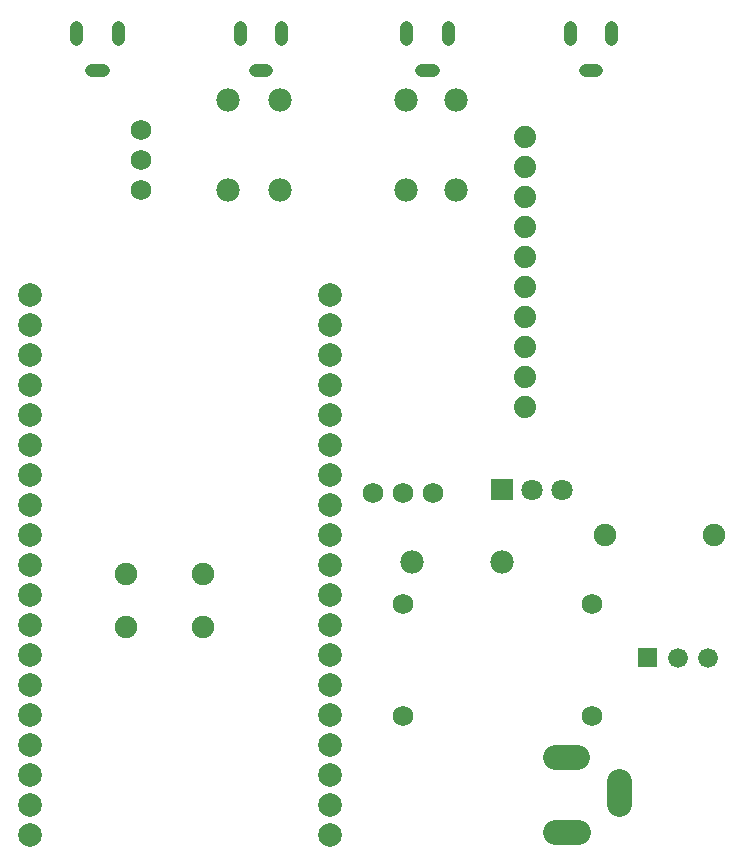
<source format=gts>
G04 Layer: TopSolderMaskLayer*
G04 EasyEDA v6.4.19.5, 2021-06-22T13:22:06+02:00*
G04 8d010e87a7914041b3697a5a1e0c44dd,1767a0bbb58a490299b52c1c45d7117c,10*
G04 Gerber Generator version 0.2*
G04 Scale: 100 percent, Rotated: No, Reflected: No *
G04 Dimensions in millimeters *
G04 leading zeros omitted , absolute positions ,4 integer and 5 decimal *
%FSLAX45Y45*%
%MOMM*%

%ADD13C,1.8796*%
%ADD28C,1.1016*%
%ADD29C,2.1082*%
%ADD30C,1.7272*%
%ADD31C,1.9812*%
%ADD33C,1.8016*%
%ADD34C,1.6764*%
%ADD36C,1.9016*%
%ADD37C,2.0032*%

%LPD*%
D28*
X5411000Y-891590D02*
G01*
X5510999Y-891590D01*
X5636006Y-631609D02*
G01*
X5636006Y-531609D01*
X5285993Y-631609D02*
G01*
X5285993Y-531609D01*
X4026700Y-891590D02*
G01*
X4126699Y-891590D01*
X4251706Y-631609D02*
G01*
X4251706Y-531609D01*
X3901693Y-631609D02*
G01*
X3901693Y-531609D01*
X2617000Y-891590D02*
G01*
X2716999Y-891590D01*
X2842006Y-631609D02*
G01*
X2842006Y-531609D01*
X2491993Y-631609D02*
G01*
X2491993Y-531609D01*
X1232700Y-891590D02*
G01*
X1332699Y-891590D01*
X1457705Y-631609D02*
G01*
X1457705Y-531609D01*
X1107694Y-631609D02*
G01*
X1107694Y-531609D01*
D29*
X5702300Y-7105650D02*
G01*
X5702300Y-6915150D01*
X5162550Y-7340600D02*
G01*
X5353050Y-7340600D01*
X5156200Y-6710679D02*
G01*
X5346700Y-6710679D01*
D30*
G01*
X1651000Y-1397000D03*
G01*
X1651000Y-1651000D03*
G01*
X1651000Y-1905000D03*
D31*
G01*
X4318000Y-1905000D03*
G01*
X4318000Y-1143000D03*
D30*
G01*
X3619500Y-4470400D03*
G01*
X3873500Y-4470400D03*
G01*
X4127500Y-4470400D03*
G36*
X4621529Y-4535170D02*
G01*
X4621529Y-4354829D01*
X4801870Y-4354829D01*
X4801870Y-4535170D01*
G37*
D33*
G01*
X4965700Y-4445000D03*
G01*
X5219700Y-4445000D03*
D31*
G01*
X2387600Y-1905000D03*
G01*
X2387600Y-1143000D03*
G01*
X2832100Y-1143000D03*
G01*
X2832100Y-1905000D03*
G01*
X3898900Y-1905000D03*
G01*
X3898900Y-1143000D03*
G01*
X3949700Y-5054600D03*
G01*
X4711700Y-5054600D03*
D34*
G01*
X6451600Y-5867400D03*
G01*
X6197600Y-5867400D03*
G36*
X5859779Y-5951220D02*
G01*
X5859779Y-5783579D01*
X6027420Y-5783579D01*
X6027420Y-5951220D01*
G37*
D30*
G01*
X5473700Y-5410200D03*
G01*
X5473700Y-6360160D03*
G01*
X3873754Y-5410200D03*
G01*
X3873754Y-6360160D03*
D36*
G01*
X6505193Y-4826000D03*
G01*
X5585206Y-4826000D03*
D37*
G01*
X711200Y-2794000D03*
G01*
X711200Y-3048000D03*
G01*
X711200Y-3302000D03*
G01*
X711200Y-3556000D03*
G01*
X711200Y-3810000D03*
G01*
X711200Y-4064000D03*
G01*
X711200Y-4318000D03*
G01*
X711200Y-4572000D03*
G01*
X711200Y-4826000D03*
G01*
X711200Y-5080000D03*
G01*
X711200Y-5334000D03*
G01*
X711200Y-5588000D03*
G01*
X711200Y-5842000D03*
G01*
X711200Y-6096000D03*
G01*
X711200Y-6350000D03*
G01*
X711200Y-6604000D03*
G01*
X711200Y-6858000D03*
G01*
X711200Y-7112000D03*
G01*
X711200Y-7366000D03*
G01*
X3251200Y-7366000D03*
G01*
X3251200Y-7112000D03*
G01*
X3251200Y-6858000D03*
G01*
X3251200Y-6604000D03*
G01*
X3251200Y-6350000D03*
G01*
X3251200Y-6096000D03*
G01*
X3251200Y-5842000D03*
G01*
X3251200Y-5588000D03*
G01*
X3251200Y-5334000D03*
G01*
X3251200Y-5080000D03*
G01*
X3251200Y-4826000D03*
G01*
X3251200Y-4572000D03*
G01*
X3251200Y-4318000D03*
G01*
X3251200Y-4064000D03*
G01*
X3251200Y-3810000D03*
G01*
X3251200Y-3556000D03*
G01*
X3251200Y-3302000D03*
G01*
X3251200Y-3048000D03*
G01*
X3251200Y-2794000D03*
D36*
G01*
X2179320Y-5159755D03*
G01*
X2179320Y-5609844D03*
G01*
X1529079Y-5159755D03*
G01*
X1529079Y-5609844D03*
D13*
G01*
X4902200Y-2476500D03*
G01*
X4902200Y-2222500D03*
G01*
X4902200Y-1968500D03*
G01*
X4902200Y-1714500D03*
G01*
X4902200Y-1460500D03*
G01*
X4902200Y-2730500D03*
G01*
X4902200Y-2984500D03*
G01*
X4902200Y-3238500D03*
G01*
X4902200Y-3746500D03*
G01*
X4902200Y-3492500D03*
M02*

</source>
